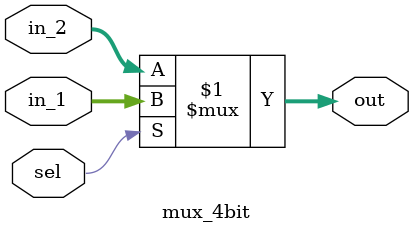
<source format=v>
/*CS 552 Project 4-bit mux*/

module mux_4bit(sel, in_1, in_2, out);
	
	input sel; //mux selection signal 
	input [3:0] in_1;
	input [3:0] in_2;

	output [3:0] out;

	assign out = sel ? in_1 : in_2;

endmodule

</source>
